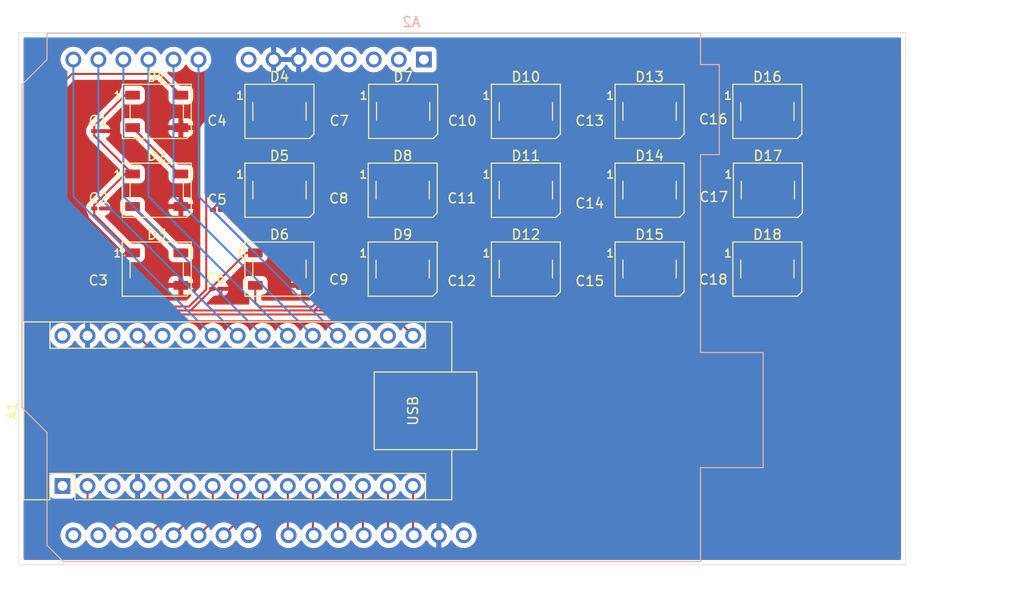
<source format=kicad_pcb>
(kicad_pcb (version 20241229) (generator "pcbnew") (generator_version "9.0")
  (layers (0 "F.Cu" signal) (2 "B.Cu" signal) (13 "F.Paste" user) (15 "B.Paste" user) (5 "F.SilkS" user "F.Silkscreen") (7 "B.SilkS" user "B.Silkscreen") (1 "F.Mask" user) (3 "B.Mask" user) (25 "Edge.Cuts" user))
  (net 0 "")
  (net 1 "GND")
  (net 2 "Net-(A1-D2)")
  (net 3 "Net-(A1-SCK)")
  (net 4 "Net-(A1-D5)")
  (net 5 "Net-(A1-D4)")
  (net 6 "Net-(A1-A0)")
  (net 12 "+5V")
  (net 14 "Net-(A1-D6)")
  (net 15 "Net-(A1-A3)")
  (net 16 "Net-(A1-D10)")
  (net 17 "Net-(A1-A1)")
  (net 18 "Net-(A1-SCL{slash}A5)")
  (net 19 "Net-(A1-D3)")
  (net 20 "Net-(A1-D7)")
  (net 21 "Net-(A1-MOSI)")
  (net 22 "Net-(A1-A2)")
  (net 23 "Net-(A1-RX1)")
  (net 24 "Net-(A1-MISO)")
  (net 25 "Net-(A1-D8)")
  (net 28 "Net-(A1-D9)")
  (net 29 "Net-(A1-SDA{slash}A4)")
  (net 39 "Net-(D1-DOUT)")
  (net 40 "Net-(D2-DOUT)")
  (net 41 "Net-(D3-DOUT)")
  (net 42 "Net-(D4-DOUT)")
  (net 43 "Net-(D5-DOUT)")
  (net 44 "Net-(D6-DOUT)")
  (net 45 "Net-(D7-DOUT)")
  (net 46 "Net-(D8-DOUT)")
  (net 47 "Net-(D10-DIN)")
  (net 48 "Net-(D10-DOUT)")
  (net 49 "Net-(D11-DOUT)")
  (net 50 "Net-(D12-DOUT)")
  (net 51 "Net-(D13-DOUT)")
  (net 52 "Net-(D14-DOUT)")
  (net 53 "Net-(D15-DOUT)")
  (net 54 "Net-(D16-DOUT)")
  (net 55 "Net-(D17-DOUT)")
  (footprint "Capacitor_SMD:C_0201_0603Metric_Pad0.64x0.40mm_HandSolder" (layer "F.Cu") (at 95 55)
    (property "Reference" "C10" (at 0 -1.05 0) (layer "F.SilkS"))
    (property "Value" "C")
    (pad "1" smd roundrect (at -0.4075 0) (size 0.635 0.4) (layers "F.Cu" "F.Mask") (net 12 "+5V"))
    (pad "2" smd roundrect (at 0.4075 0) (size 0.635 0.4) (layers "F.Cu" "F.Mask") (net 1 "GND"))
  )
  (footprint "LED_SMD:LED_WS2812B_PLCC4_5.0x5.0mm_P3.2mm" (layer "F.Cu") (at 125.95 53)
    (property "Reference" "D16" (at 0 -3.5 0) (layer "F.SilkS"))
    (property "Value" "WS2812B")
    (fp_text user "1" (at -4 -1.6 0) (layer "F.SilkS") (effects (font (size 0.8 0.8))))
    (pad "1" smd roundrect (at -2.45 -1.65) (size 1.5 0.9) (layers "F.Cu" "F.Mask" "F.Paste") (roundrect_rratio 0.1) (net 12 "+5V"))
    (pad "2" smd roundrect (at -2.45 1.65) (size 1.5 0.9) (layers "F.Cu" "F.Mask" "F.Paste") (roundrect_rratio 0.1) (net 54 "Net-(D16-DOUT)"))
    (pad "3" smd roundrect (at 2.45 1.65) (size 1.5 0.9) (layers "F.Cu" "F.Mask" "F.Paste") (roundrect_rratio 0.1) (net 1 "GND"))
    (pad "4" smd roundrect (at 2.45 -1.65) (size 1.5 0.9) (layers "F.Cu" "F.Mask" "F.Paste") (roundrect_rratio 0.1) (net 53 "Net-(D15-DOUT)"))
  )
  (footprint "LED_SMD:LED_WS2812B_PLCC4_5.0x5.0mm_P3.2mm" (layer "F.Cu") (at 125.95 69)
    (property "Reference" "D18" (at 0 -3.5 0) (layer "F.SilkS"))
    (property "Value" "WS2812B")
    (fp_text user "1" (at -4 -1.6 0) (layer "F.SilkS") (effects (font (size 0.8 0.8))))
    (pad "1" smd roundrect (at -2.45 -1.65) (size 1.5 0.9) (layers "F.Cu" "F.Mask" "F.Paste") (roundrect_rratio 0.1) (net 12 "+5V"))
    (pad "2" smd roundrect (at -2.45 1.65) (size 1.5 0.9) (layers "F.Cu" "F.Mask" "F.Paste") (roundrect_rratio 0.1))
    (pad "3" smd roundrect (at 2.45 1.65) (size 1.5 0.9) (layers "F.Cu" "F.Mask" "F.Paste") (roundrect_rratio 0.1) (net 1 "GND"))
    (pad "4" smd roundrect (at 2.45 -1.65) (size 1.5 0.9) (layers "F.Cu" "F.Mask" "F.Paste") (roundrect_rratio 0.1) (net 55 "Net-(D17-DOUT)"))
  )
  (footprint "LED_SMD:LED_WS2812B_PLCC4_5.0x5.0mm_P3.2mm" (layer "F.Cu") (at 76.45 53)
    (property "Reference" "D4" (at 0 -3.5 0) (layer "F.SilkS"))
    (property "Value" "WS2812B")
    (fp_text user "1" (at -4 -1.6 0) (layer "F.SilkS") (effects (font (size 0.8 0.8))))
    (pad "1" smd roundrect (at -2.45 -1.65) (size 1.5 0.9) (layers "F.Cu" "F.Mask" "F.Paste") (roundrect_rratio 0.1) (net 12 "+5V"))
    (pad "2" smd roundrect (at -2.45 1.65) (size 1.5 0.9) (layers "F.Cu" "F.Mask" "F.Paste") (roundrect_rratio 0.1) (net 42 "Net-(D4-DOUT)"))
    (pad "3" smd roundrect (at 2.45 1.65) (size 1.5 0.9) (layers "F.Cu" "F.Mask" "F.Paste") (roundrect_rratio 0.1) (net 1 "GND"))
    (pad "4" smd roundrect (at 2.45 -1.65) (size 1.5 0.9) (layers "F.Cu" "F.Mask" "F.Paste") (roundrect_rratio 0.1) (net 41 "Net-(D3-DOUT)"))
  )
  (footprint "LED_SMD:LED_WS2812B_PLCC4_5.0x5.0mm_P3.2mm" (layer "F.Cu") (at 88.95 61)
    (property "Reference" "D8" (at 0 -3.5 0) (layer "F.SilkS"))
    (property "Value" "WS2812B")
    (fp_text user "1" (at -4 -1.6 0) (layer "F.SilkS") (effects (font (size 0.8 0.8))))
    (pad "1" smd roundrect (at -2.45 -1.65) (size 1.5 0.9) (layers "F.Cu" "F.Mask" "F.Paste") (roundrect_rratio 0.1) (net 12 "+5V"))
    (pad "2" smd roundrect (at -2.45 1.65) (size 1.5 0.9) (layers "F.Cu" "F.Mask" "F.Paste") (roundrect_rratio 0.1) (net 46 "Net-(D8-DOUT)"))
    (pad "3" smd roundrect (at 2.45 1.65) (size 1.5 0.9) (layers "F.Cu" "F.Mask" "F.Paste") (roundrect_rratio 0.1) (net 1 "GND"))
    (pad "4" smd roundrect (at 2.45 -1.65) (size 1.5 0.9) (layers "F.Cu" "F.Mask" "F.Paste") (roundrect_rratio 0.1) (net 45 "Net-(D7-DOUT)"))
  )
  (footprint "Capacitor_SMD:C_0201_0603Metric_Pad0.64x0.40mm_HandSolder" (layer "F.Cu") (at 94.95 62.87)
    (property "Reference" "C11" (at 0 -1.05 0) (layer "F.SilkS"))
    (property "Value" "C")
    (pad "1" smd roundrect (at -0.4075 0) (size 0.635 0.4) (layers "F.Cu" "F.Mask") (net 12 "+5V"))
    (pad "2" smd roundrect (at 0.4075 0) (size 0.635 0.4) (layers "F.Cu" "F.Mask") (net 1 "GND"))
  )
  (footprint "LED_SMD:LED_WS2812B_PLCC4_5.0x5.0mm_P3.2mm" (layer "F.Cu") (at 89 53)
    (property "Reference" "D7" (at 0 -3.5 0) (layer "F.SilkS"))
    (property "Value" "WS2812B")
    (fp_text user "1" (at -4 -1.6 0) (layer "F.SilkS") (effects (font (size 0.8 0.8))))
    (pad "1" smd roundrect (at -2.45 -1.65) (size 1.5 0.9) (layers "F.Cu" "F.Mask" "F.Paste") (roundrect_rratio 0.1) (net 12 "+5V"))
    (pad "2" smd roundrect (at -2.45 1.65) (size 1.5 0.9) (layers "F.Cu" "F.Mask" "F.Paste") (roundrect_rratio 0.1) (net 45 "Net-(D7-DOUT)"))
    (pad "3" smd roundrect (at 2.45 1.65) (size 1.5 0.9) (layers "F.Cu" "F.Mask" "F.Paste") (roundrect_rratio 0.1) (net 1 "GND"))
    (pad "4" smd roundrect (at 2.45 -1.65) (size 1.5 0.9) (layers "F.Cu" "F.Mask" "F.Paste") (roundrect_rratio 0.1) (net 44 "Net-(D6-DOUT)"))
  )
  (footprint "Capacitor_SMD:C_0201_0603Metric_Pad0.64x0.40mm_HandSolder" (layer "F.Cu") (at 107.9325 71.26)
    (property "Reference" "C15" (at 0 -1.05 0) (layer "F.SilkS"))
    (property "Value" "C")
    (pad "1" smd roundrect (at -0.4075 0) (size 0.635 0.4) (layers "F.Cu" "F.Mask") (net 12 "+5V"))
    (pad "2" smd roundrect (at 0.4075 0) (size 0.635 0.4) (layers "F.Cu" "F.Mask") (net 1 "GND"))
  )
  (footprint "Capacitor_SMD:C_0201_0603Metric_Pad0.64x0.40mm_HandSolder" (layer "F.Cu") (at 120.4675 54.85)
    (property "Reference" "C16" (at 0 -1.05 0) (layer "F.SilkS"))
    (property "Value" "C")
    (pad "1" smd roundrect (at -0.4075 0) (size 0.635 0.4) (layers "F.Cu" "F.Mask") (net 12 "+5V"))
    (pad "2" smd roundrect (at 0.4075 0) (size 0.635 0.4) (layers "F.Cu" "F.Mask") (net 1 "GND"))
  )
  (footprint "Capacitor_SMD:C_0201_0603Metric_Pad0.64x0.40mm_HandSolder" (layer "F.Cu") (at 58.0675 55)
    (property "Reference" "C1" (at 0 -1.05 0) (layer "F.SilkS"))
    (property "Value" "C")
    (pad "1" smd roundrect (at -0.4075 0) (size 0.635 0.4) (layers "F.Cu" "F.Mask") (net 12 "+5V"))
    (pad "2" smd roundrect (at 0.4075 0) (size 0.635 0.4) (layers "F.Cu" "F.Mask") (net 1 "GND"))
  )
  (footprint "Capacitor_SMD:C_0201_0603Metric_Pad0.64x0.40mm_HandSolder" (layer "F.Cu") (at 70.1175 63)
    (property "Reference" "C5" (at 0 -1.05 0) (layer "F.SilkS"))
    (property "Value" "C")
    (pad "1" smd roundrect (at -0.4075 0) (size 0.635 0.4) (layers "F.Cu" "F.Mask") (net 12 "+5V"))
    (pad "2" smd roundrect (at 0.4075 0) (size 0.635 0.4) (layers "F.Cu" "F.Mask") (net 1 "GND"))
  )
  (footprint "LED_SMD:LED_WS2812B_PLCC4_5.0x5.0mm_P3.2mm" (layer "F.Cu") (at 126 61)
    (property "Reference" "D17" (at 0 -3.5 0) (layer "F.SilkS"))
    (property "Value" "WS2812B")
    (fp_text user "1" (at -4 -1.6 0) (layer "F.SilkS") (effects (font (size 0.8 0.8))))
    (pad "1" smd roundrect (at -2.45 -1.65) (size 1.5 0.9) (layers "F.Cu" "F.Mask" "F.Paste") (roundrect_rratio 0.1) (net 12 "+5V"))
    (pad "2" smd roundrect (at -2.45 1.65) (size 1.5 0.9) (layers "F.Cu" "F.Mask" "F.Paste") (roundrect_rratio 0.1) (net 55 "Net-(D17-DOUT)"))
    (pad "3" smd roundrect (at 2.45 1.65) (size 1.5 0.9) (layers "F.Cu" "F.Mask" "F.Paste") (roundrect_rratio 0.1) (net 1 "GND"))
    (pad "4" smd roundrect (at 2.45 -1.65) (size 1.5 0.9) (layers "F.Cu" "F.Mask" "F.Paste") (roundrect_rratio 0.1) (net 54 "Net-(D16-DOUT)"))
  )
  (footprint "LED_SMD:LED_WS2812B_PLCC4_5.0x5.0mm_P3.2mm" (layer "F.Cu") (at 101.45 69)
    (property "Reference" "D12" (at 0 -3.5 0) (layer "F.SilkS"))
    (property "Value" "WS2812B")
    (fp_text user "1" (at -4 -1.6 0) (layer "F.SilkS") (effects (font (size 0.8 0.8))))
    (pad "1" smd roundrect (at -2.45 -1.65) (size 1.5 0.9) (layers "F.Cu" "F.Mask" "F.Paste") (roundrect_rratio 0.1) (net 12 "+5V"))
    (pad "2" smd roundrect (at -2.45 1.65) (size 1.5 0.9) (layers "F.Cu" "F.Mask" "F.Paste") (roundrect_rratio 0.1) (net 50 "Net-(D12-DOUT)"))
    (pad "3" smd roundrect (at 2.45 1.65) (size 1.5 0.9) (layers "F.Cu" "F.Mask" "F.Paste") (roundrect_rratio 0.1) (net 1 "GND"))
    (pad "4" smd roundrect (at 2.45 -1.65) (size 1.5 0.9) (layers "F.Cu" "F.Mask" "F.Paste") (roundrect_rratio 0.1) (net 49 "Net-(D11-DOUT)"))
  )
  (footprint "LED_SMD:LED_WS2812B_PLCC4_5.0x5.0mm_P3.2mm" (layer "F.Cu") (at 114 53)
    (property "Reference" "D13" (at 0 -3.5 0) (layer "F.SilkS"))
    (property "Value" "WS2812B")
    (fp_text user "1" (at -4 -1.6 0) (layer "F.SilkS") (effects (font (size 0.8 0.8))))
    (pad "1" smd roundrect (at -2.45 -1.65) (size 1.5 0.9) (layers "F.Cu" "F.Mask" "F.Paste") (roundrect_rratio 0.1) (net 12 "+5V"))
    (pad "2" smd roundrect (at -2.45 1.65) (size 1.5 0.9) (layers "F.Cu" "F.Mask" "F.Paste") (roundrect_rratio 0.1) (net 51 "Net-(D13-DOUT)"))
    (pad "3" smd roundrect (at 2.45 1.65) (size 1.5 0.9) (layers "F.Cu" "F.Mask" "F.Paste") (roundrect_rratio 0.1) (net 1 "GND"))
    (pad "4" smd roundrect (at 2.45 -1.65) (size 1.5 0.9) (layers "F.Cu" "F.Mask" "F.Paste") (roundrect_rratio 0.1) (net 50 "Net-(D12-DOUT)"))
  )
  (footprint "LED_SMD:LED_WS2812B_PLCC4_5.0x5.0mm_P3.2mm" (layer "F.Cu") (at 64 53)
    (property "Reference" "D1" (at 0 -3.5 0) (layer "F.SilkS"))
    (property "Value" "WS2812B")
    (fp_text user "1" (at -4 -1.6 0) (layer "F.SilkS") (effects (font (size 0.8 0.8))))
    (pad "1" smd roundrect (at -2.45 -1.65) (size 1.5 0.9) (layers "F.Cu" "F.Mask" "F.Paste") (roundrect_rratio 0.1) (net 12 "+5V"))
    (pad "2" smd roundrect (at -2.45 1.65) (size 1.5 0.9) (layers "F.Cu" "F.Mask" "F.Paste") (roundrect_rratio 0.1) (net 39 "Net-(D1-DOUT)"))
    (pad "3" smd roundrect (at 2.45 1.65) (size 1.5 0.9) (layers "F.Cu" "F.Mask" "F.Paste") (roundrect_rratio 0.1) (net 1 "GND"))
    (pad "4" smd roundrect (at 2.45 -1.65) (size 1.5 0.9) (layers "F.Cu" "F.Mask" "F.Paste") (roundrect_rratio 0.1) (net 3 "Net-(A1-SCK)"))
  )
  (footprint "LED_SMD:LED_WS2812B_PLCC4_5.0x5.0mm_P3.2mm" (layer "F.Cu") (at 101.45 61)
    (property "Reference" "D11" (at 0 -3.5 0) (layer "F.SilkS"))
    (property "Value" "WS2812B")
    (fp_text user "1" (at -4 -1.6 0) (layer "F.SilkS") (effects (font (size 0.8 0.8))))
    (pad "1" smd roundrect (at -2.45 -1.65) (size 1.5 0.9) (layers "F.Cu" "F.Mask" "F.Paste") (roundrect_rratio 0.1) (net 12 "+5V"))
    (pad "2" smd roundrect (at -2.45 1.65) (size 1.5 0.9) (layers "F.Cu" "F.Mask" "F.Paste") (roundrect_rratio 0.1) (net 49 "Net-(D11-DOUT)"))
    (pad "3" smd roundrect (at 2.45 1.65) (size 1.5 0.9) (layers "F.Cu" "F.Mask" "F.Paste") (roundrect_rratio 0.1) (net 1 "GND"))
    (pad "4" smd roundrect (at 2.45 -1.65) (size 1.5 0.9) (layers "F.Cu" "F.Mask" "F.Paste") (roundrect_rratio 0.1) (net 48 "Net-(D10-DOUT)"))
  )
  (footprint "Capacitor_SMD:C_0201_0603Metric_Pad0.64x0.40mm_HandSolder" (layer "F.Cu") (at 58.0675 71.2)
    (property "Reference" "C3" (at 0 -1.05 0) (layer "F.SilkS"))
    (property "Value" "C")
    (pad "1" smd roundrect (at -0.4075 0) (size 0.635 0.4) (layers "F.Cu" "F.Mask") (net 12 "+5V"))
    (pad "2" smd roundrect (at 0.4075 0) (size 0.635 0.4) (layers "F.Cu" "F.Mask") (net 1 "GND"))
  )
  (footprint "Capacitor_SMD:C_0201_0603Metric_Pad0.64x0.40mm_HandSolder" (layer "F.Cu") (at 107.9325 63.38)
    (property "Reference" "C14" (at 0 -1.05 0) (layer "F.SilkS"))
    (property "Value" "C")
    (pad "1" smd roundrect (at -0.4075 0) (size 0.635 0.4) (layers "F.Cu" "F.Mask") (net 12 "+5V"))
    (pad "2" smd roundrect (at 0.4075 0) (size 0.635 0.4) (layers "F.Cu" "F.Mask") (net 1 "GND"))
  )
  (footprint "Capacitor_SMD:C_0201_0603Metric_Pad0.64x0.40mm_HandSolder" (layer "F.Cu") (at 82.5175 55)
    (property "Reference" "C7" (at 0 -1.05 0) (layer "F.SilkS"))
    (property "Value" "C")
    (pad "1" smd roundrect (at -0.4075 0) (size 0.635 0.4) (layers "F.Cu" "F.Mask") (net 12 "+5V"))
    (pad "2" smd roundrect (at 0.4075 0) (size 0.635 0.4) (layers "F.Cu" "F.Mask") (net 1 "GND"))
  )
  (footprint "Capacitor_SMD:C_0201_0603Metric_Pad0.64x0.40mm_HandSolder" (layer "F.Cu") (at 120.5175 62.73)
    (property "Reference" "C17" (at 0 -1.05 0) (layer "F.SilkS"))
    (property "Value" "C")
    (pad "1" smd roundrect (at -0.4075 0) (size 0.635 0.4) (layers "F.Cu" "F.Mask") (net 12 "+5V"))
    (pad "2" smd roundrect (at 0.4075 0) (size 0.635 0.4) (layers "F.Cu" "F.Mask") (net 1 "GND"))
  )
  (footprint "LED_SMD:LED_WS2812B_PLCC4_5.0x5.0mm_P3.2mm" (layer "F.Cu") (at 114 61)
    (property "Reference" "D14" (at 0 -3.5 0) (layer "F.SilkS"))
    (property "Value" "WS2812B")
    (fp_text user "1" (at -4 -1.6 0) (layer "F.SilkS") (effects (font (size 0.8 0.8))))
    (pad "1" smd roundrect (at -2.45 -1.65) (size 1.5 0.9) (layers "F.Cu" "F.Mask" "F.Paste") (roundrect_rratio 0.1) (net 12 "+5V"))
    (pad "2" smd roundrect (at -2.45 1.65) (size 1.5 0.9) (layers "F.Cu" "F.Mask" "F.Paste") (roundrect_rratio 0.1) (net 52 "Net-(D14-DOUT)"))
    (pad "3" smd roundrect (at 2.45 1.65) (size 1.5 0.9) (layers "F.Cu" "F.Mask" "F.Paste") (roundrect_rratio 0.1) (net 1 "GND"))
    (pad "4" smd roundrect (at 2.45 -1.65) (size 1.5 0.9) (layers "F.Cu" "F.Mask" "F.Paste") (roundrect_rratio 0.1) (net 51 "Net-(D13-DOUT)"))
  )
  (footprint "LED_SMD:LED_WS2812B_PLCC4_5.0x5.0mm_P3.2mm" (layer "F.Cu") (at 101.45 53)
    (property "Reference" "D10" (at 0 -3.5 0) (layer "F.SilkS"))
    (property "Value" "WS2812B")
    (fp_text user "1" (at -4 -1.6 0) (layer "F.SilkS") (effects (font (size 0.8 0.8))))
    (pad "1" smd roundrect (at -2.45 -1.65) (size 1.5 0.9) (layers "F.Cu" "F.Mask" "F.Paste") (roundrect_rratio 0.1) (net 12 "+5V"))
    (pad "2" smd roundrect (at -2.45 1.65) (size 1.5 0.9) (layers "F.Cu" "F.Mask" "F.Paste") (roundrect_rratio 0.1) (net 48 "Net-(D10-DOUT)"))
    (pad "3" smd roundrect (at 2.45 1.65) (size 1.5 0.9) (layers "F.Cu" "F.Mask" "F.Paste") (roundrect_rratio 0.1) (net 1 "GND"))
    (pad "4" smd roundrect (at 2.45 -1.65) (size 1.5 0.9) (layers "F.Cu" "F.Mask" "F.Paste") (roundrect_rratio 0.1) (net 47 "Net-(D10-DIN)"))
  )
  (footprint "LED_SMD:LED_WS2812B_PLCC4_5.0x5.0mm_P3.2mm" (layer "F.Cu") (at 64 61)
    (property "Reference" "D2" (at 0 -3.5 0) (layer "F.SilkS"))
    (property "Value" "WS2812B")
    (fp_text user "1" (at -4 -1.6 0) (layer "F.SilkS") (effects (font (size 0.8 0.8))))
    (pad "1" smd roundrect (at -2.45 -1.65) (size 1.5 0.9) (layers "F.Cu" "F.Mask" "F.Paste") (roundrect_rratio 0.1) (net 12 "+5V"))
    (pad "2" smd roundrect (at -2.45 1.65) (size 1.5 0.9) (layers "F.Cu" "F.Mask" "F.Paste") (roundrect_rratio 0.1) (net 40 "Net-(D2-DOUT)"))
    (pad "3" smd roundrect (at 2.45 1.65) (size 1.5 0.9) (layers "F.Cu" "F.Mask" "F.Paste") (roundrect_rratio 0.1) (net 1 "GND"))
    (pad "4" smd roundrect (at 2.45 -1.65) (size 1.5 0.9) (layers "F.Cu" "F.Mask" "F.Paste") (roundrect_rratio 0.1) (net 39 "Net-(D1-DOUT)"))
  )
  (footprint "LED_SMD:LED_WS2812B_PLCC4_5.0x5.0mm_P3.2mm" (layer "F.Cu") (at 88.95 69)
    (property "Reference" "D9" (at 0 -3.5 0) (layer "F.SilkS"))
    (property "Value" "WS2812B")
    (fp_text user "1" (at -4 -1.6 0) (layer "F.SilkS") (effects (font (size 0.8 0.8))))
    (pad "1" smd roundrect (at -2.45 -1.65) (size 1.5 0.9) (layers "F.Cu" "F.Mask" "F.Paste") (roundrect_rratio 0.1) (net 12 "+5V"))
    (pad "2" smd roundrect (at -2.45 1.65) (size 1.5 0.9) (layers "F.Cu" "F.Mask" "F.Paste") (roundrect_rratio 0.1) (net 47 "Net-(D10-DIN)"))
    (pad "3" smd roundrect (at 2.45 1.65) (size 1.5 0.9) (layers "F.Cu" "F.Mask" "F.Paste") (roundrect_rratio 0.1) (net 1 "GND"))
    (pad "4" smd roundrect (at 2.45 -1.65) (size 1.5 0.9) (layers "F.Cu" "F.Mask" "F.Paste") (roundrect_rratio 0.1) (net 46 "Net-(D8-DOUT)"))
  )
  (footprint "Capacitor_SMD:C_0201_0603Metric_Pad0.64x0.40mm_HandSolder" (layer "F.Cu") (at 94.95 71.25)
    (property "Reference" "C12" (at 0 -1.05 0) (layer "F.SilkS"))
    (property "Value" "C")
    (pad "1" smd roundrect (at -0.4075 0) (size 0.635 0.4) (layers "F.Cu" "F.Mask") (net 12 "+5V"))
    (pad "2" smd roundrect (at 0.4075 0) (size 0.635 0.4) (layers "F.Cu" "F.Mask") (net 1 "GND"))
  )
  (footprint "Capacitor_SMD:C_0201_0603Metric_Pad0.64x0.40mm_HandSolder" (layer "F.Cu") (at 107.9325 55)
    (property "Reference" "C13" (at 0 -1.05 0) (layer "F.SilkS"))
    (property "Value" "C")
    (pad "1" smd roundrect (at -0.4075 0) (size 0.635 0.4) (layers "F.Cu" "F.Mask") (net 12 "+5V"))
    (pad "2" smd roundrect (at 0.4075 0) (size 0.635 0.4) (layers "F.Cu" "F.Mask") (net 1 "GND"))
  )
  (footprint "LED_SMD:LED_WS2812B_PLCC4_5.0x5.0mm_P3.2mm" (layer "F.Cu") (at 76.45 69)
    (property "Reference" "D6" (at 0 -3.5 0) (layer "F.SilkS"))
    (property "Value" "WS2812B")
    (fp_text user "1" (at -4 -1.6 0) (layer "F.SilkS") (effects (font (size 0.8 0.8))))
    (pad "1" smd roundrect (at -2.45 -1.65) (size 1.5 0.9) (layers "F.Cu" "F.Mask" "F.Paste") (roundrect_rratio 0.1) (net 12 "+5V"))
    (pad "2" smd roundrect (at -2.45 1.65) (size 1.5 0.9) (layers "F.Cu" "F.Mask" "F.Paste") (roundrect_rratio 0.1) (net 44 "Net-(D6-DOUT)"))
    (pad "3" smd roundrect (at 2.45 1.65) (size 1.5 0.9) (layers "F.Cu" "F.Mask" "F.Paste") (roundrect_rratio 0.1) (net 1 "GND"))
    (pad "4" smd roundrect (at 2.45 -1.65) (size 1.5 0.9) (layers "F.Cu" "F.Mask" "F.Paste") (roundrect_rratio 0.1) (net 43 "Net-(D5-DOUT)"))
  )
  (footprint "Module:Arduino_Nano" (layer "F.Cu") (at 54.44 91 90)
    (property "Reference" "A1" (at 7.62 -5.08 90) (layer "F.SilkS"))
    (property "Value" "Arduino_Nano_Every")
    (fp_text user "USB" (at 7.62 35.56 90) (layer "F.SilkS"))
    (pad "1" thru_hole rect (at 0 0 90) (size 1.6 1.6) (drill 1) (layers "*.Cu" "*.Mask"))
    (pad "2" thru_hole oval (at 0 2.54 90) (size 1.6 1.6) (drill 1) (layers "*.Cu" "*.Mask") (net 23 "Net-(A1-RX1)"))
    (pad "3" thru_hole oval (at 0 5.08 90) (size 1.6 1.6) (drill 1) (layers "*.Cu" "*.Mask"))
    (pad "4" thru_hole oval (at 0 7.62 90) (size 1.6 1.6) (drill 1) (layers "*.Cu" "*.Mask") (net 1 "GND"))
    (pad "5" thru_hole oval (at 0 10.16 90) (size 1.6 1.6) (drill 1) (layers "*.Cu" "*.Mask") (net 2 "Net-(A1-D2)"))
    (pad "6" thru_hole oval (at 0 12.7 90) (size 1.6 1.6) (drill 1) (layers "*.Cu" "*.Mask") (net 19 "Net-(A1-D3)"))
    (pad "7" thru_hole oval (at 0 15.24 90) (size 1.6 1.6) (drill 1) (layers "*.Cu" "*.Mask") (net 5 "Net-(A1-D4)"))
    (pad "8" thru_hole oval (at 0 17.78 90) (size 1.6 1.6) (drill 1) (layers "*.Cu" "*.Mask") (net 4 "Net-(A1-D5)"))
    (pad "9" thru_hole oval (at 0 20.32 90) (size 1.6 1.6) (drill 1) (layers "*.Cu" "*.Mask") (net 14 "Net-(A1-D6)"))
    (pad "10" thru_hole oval (at 0 22.86 90) (size 1.6 1.6) (drill 1) (layers "*.Cu" "*.Mask") (net 20 "Net-(A1-D7)"))
    (pad "11" thru_hole oval (at 0 25.4 90) (size 1.6 1.6) (drill 1) (layers "*.Cu" "*.Mask") (net 25 "Net-(A1-D8)"))
    (pad "12" thru_hole oval (at 0 27.94 90) (size 1.6 1.6) (drill 1) (layers "*.Cu" "*.Mask") (net 28 "Net-(A1-D9)"))
    (pad "13" thru_hole oval (at 0 30.48 90) (size 1.6 1.6) (drill 1) (layers "*.Cu" "*.Mask") (net 16 "Net-(A1-D10)"))
    (pad "14" thru_hole oval (at 0 33.02 90) (size 1.6 1.6) (drill 1) (layers "*.Cu" "*.Mask") (net 21 "Net-(A1-MOSI)"))
    (pad "15" thru_hole oval (at 0 35.56 90) (size 1.6 1.6) (drill 1) (layers "*.Cu" "*.Mask") (net 24 "Net-(A1-MISO)"))
    (pad "16" thru_hole oval (at 15.24 35.56 90) (size 1.6 1.6) (drill 1) (layers "*.Cu" "*.Mask") (net 3 "Net-(A1-SCK)"))
    (pad "17" thru_hole oval (at 15.24 33.02 90) (size 1.6 1.6) (drill 1) (layers "*.Cu" "*.Mask"))
    (pad "18" thru_hole oval (at 15.24 30.48 90) (size 1.6 1.6) (drill 1) (layers "*.Cu" "*.Mask"))
    (pad "19" thru_hole oval (at 15.24 27.94 90) (size 1.6 1.6) (drill 1) (layers "*.Cu" "*.Mask") (net 6 "Net-(A1-A0)"))
    (pad "20" thru_hole oval (at 15.24 25.4 90) (size 1.6 1.6) (drill 1) (layers "*.Cu" "*.Mask") (net 17 "Net-(A1-A1)"))
    (pad "21" thru_hole oval (at 15.24 22.86 90) (size 1.6 1.6) (drill 1) (layers "*.Cu" "*.Mask") (net 22 "Net-(A1-A2)"))
    (pad "22" thru_hole oval (at 15.24 20.32 90) (size 1.6 1.6) (drill 1) (layers "*.Cu" "*.Mask") (net 15 "Net-(A1-A3)"))
    (pad "23" thru_hole oval (at 15.24 17.78 90) (size 1.6 1.6) (drill 1) (layers "*.Cu" "*.Mask") (net 29 "Net-(A1-SDA{slash}A4)"))
    (pad "24" thru_hole oval (at 15.24 15.24 90) (size 1.6 1.6) (drill 1) (layers "*.Cu" "*.Mask") (net 18 "Net-(A1-SCL{slash}A5)"))
    (pad "25" thru_hole oval (at 15.24 12.7 90) (size 1.6 1.6) (drill 1) (layers "*.Cu" "*.Mask"))
    (pad "26" thru_hole oval (at 15.24 10.16 90) (size 1.6 1.6) (drill 1) (layers "*.Cu" "*.Mask"))
    (pad "27" thru_hole oval (at 15.24 7.62 90) (size 1.6 1.6) (drill 1) (layers "*.Cu" "*.Mask") (net 12 "+5V"))
    (pad "28" thru_hole oval (at 15.24 5.08 90) (size 1.6 1.6) (drill 1) (layers "*.Cu" "*.Mask"))
    (pad "29" thru_hole oval (at 15.24 2.54 90) (size 1.6 1.6) (drill 1) (layers "*.Cu" "*.Mask") (net 1 "GND"))
    (pad "30" thru_hole oval (at 15.24 0 90) (size 1.6 1.6) (drill 1) (layers "*.Cu" "*.Mask"))
  )
  (footprint "Capacitor_SMD:C_0201_0603Metric_Pad0.64x0.40mm_HandSolder" (layer "F.Cu") (at 82.4675 71.11)
    (property "Reference" "C9" (at 0 -1.05 0) (layer "F.SilkS"))
    (property "Value" "C")
    (pad "1" smd roundrect (at -0.4075 0) (size 0.635 0.4) (layers "F.Cu" "F.Mask") (net 12 "+5V"))
    (pad "2" smd roundrect (at 0.4075 0) (size 0.635 0.4) (layers "F.Cu" "F.Mask") (net 1 "GND"))
  )
  (footprint "Capacitor_SMD:C_0201_0603Metric_Pad0.64x0.40mm_HandSolder" (layer "F.Cu") (at 70.1175 55)
    (property "Reference" "C4" (at 0 -1.05 0) (layer "F.SilkS"))
    (property "Value" "C")
    (pad "1" smd roundrect (at -0.4075 0) (size 0.635 0.4) (layers "F.Cu" "F.Mask") (net 12 "+5V"))
    (pad "2" smd roundrect (at 0.4075 0) (size 0.635 0.4) (layers "F.Cu" "F.Mask") (net 1 "GND"))
  )
  (footprint "LED_SMD:LED_WS2812B_PLCC4_5.0x5.0mm_P3.2mm" (layer "F.Cu") (at 114 69)
    (property "Reference" "D15" (at 0 -3.5 0) (layer "F.SilkS"))
    (property "Value" "WS2812B")
    (fp_text user "1" (at -4 -1.6 0) (layer "F.SilkS") (effects (font (size 0.8 0.8))))
    (pad "1" smd roundrect (at -2.45 -1.65) (size 1.5 0.9) (layers "F.Cu" "F.Mask" "F.Paste") (roundrect_rratio 0.1) (net 12 "+5V"))
    (pad "2" smd roundrect (at -2.45 1.65) (size 1.5 0.9) (layers "F.Cu" "F.Mask" "F.Paste") (roundrect_rratio 0.1) (net 53 "Net-(D15-DOUT)"))
    (pad "3" smd roundrect (at 2.45 1.65) (size 1.5 0.9) (layers "F.Cu" "F.Mask" "F.Paste") (roundrect_rratio 0.1) (net 1 "GND"))
    (pad "4" smd roundrect (at 2.45 -1.65) (size 1.5 0.9) (layers "F.Cu" "F.Mask" "F.Paste") (roundrect_rratio 0.1) (net 52 "Net-(D14-DOUT)"))
  )
  (footprint "LED_SMD:LED_WS2812B_PLCC4_5.0x5.0mm_P3.2mm" (layer "F.Cu") (at 64 69)
    (property "Reference" "D3" (at 0 -3.5 0) (layer "F.SilkS"))
    (property "Value" "WS2812B")
    (fp_text user "1" (at -4 -1.6 0) (layer "F.SilkS") (effects (font (size 0.8 0.8))))
    (pad "1" smd roundrect (at -2.45 -1.65) (size 1.5 0.9) (layers "F.Cu" "F.Mask" "F.Paste") (roundrect_rratio 0.1) (net 12 "+5V"))
    (pad "2" smd roundrect (at -2.45 1.65) (size 1.5 0.9) (layers "F.Cu" "F.Mask" "F.Paste") (roundrect_rratio 0.1) (net 41 "Net-(D3-DOUT)"))
    (pad "3" smd roundrect (at 2.45 1.65) (size 1.5 0.9) (layers "F.Cu" "F.Mask" "F.Paste") (roundrect_rratio 0.1) (net 1 "GND"))
    (pad "4" smd roundrect (at 2.45 -1.65) (size 1.5 0.9) (layers "F.Cu" "F.Mask" "F.Paste") (roundrect_rratio 0.1) (net 40 "Net-(D2-DOUT)"))
  )
  (footprint "LED_SMD:LED_WS2812B_PLCC4_5.0x5.0mm_P3.2mm" (layer "F.Cu") (at 76.45 61)
    (property "Reference" "D5" (at 0 -3.5 0) (layer "F.SilkS"))
    (property "Value" "WS2812B")
    (fp_text user "1" (at -4 -1.6 0) (layer "F.SilkS") (effects (font (size 0.8 0.8))))
    (pad "1" smd roundrect (at -2.45 -1.65) (size 1.5 0.9) (layers "F.Cu" "F.Mask" "F.Paste") (roundrect_rratio 0.1) (net 12 "+5V"))
    (pad "2" smd roundrect (at -2.45 1.65) (size 1.5 0.9) (layers "F.Cu" "F.Mask" "F.Paste") (roundrect_rratio 0.1) (net 43 "Net-(D5-DOUT)"))
    (pad "3" smd roundrect (at 2.45 1.65) (size 1.5 0.9) (layers "F.Cu" "F.Mask" "F.Paste") (roundrect_rratio 0.1) (net 1 "GND"))
    (pad "4" smd roundrect (at 2.45 -1.65) (size 1.5 0.9) (layers "F.Cu" "F.Mask" "F.Paste") (roundrect_rratio 0.1) (net 42 "Net-(D4-DOUT)"))
  )
  (footprint "Capacitor_SMD:C_0201_0603Metric_Pad0.64x0.40mm_HandSolder" (layer "F.Cu") (at 120.4675 71.11)
    (property "Reference" "C18" (at 0 -1.05 0) (layer "F.SilkS"))
    (property "Value" "C")
    (pad "1" smd roundrect (at -0.4075 0) (size 0.635 0.4) (layers "F.Cu" "F.Mask") (net 12 "+5V"))
    (pad "2" smd roundrect (at 0.4075 0) (size 0.635 0.4) (layers "F.Cu" "F.Mask") (net 1 "GND"))
  )
  (footprint "Capacitor_SMD:C_0201_0603Metric_Pad0.64x0.40mm_HandSolder" (layer "F.Cu") (at 70.05 71)
    (property "Reference" "C6" (at 0 -1.05 0) (layer "F.SilkS"))
    (property "Value" "C")
    (pad "1" smd roundrect (at -0.4075 0) (size 0.635 0.4) (layers "F.Cu" "F.Mask") (net 12 "+5V"))
    (pad "2" smd roundrect (at 0.4075 0) (size 0.635 0.4) (layers "F.Cu" "F.Mask") (net 1 "GND"))
  )
  (footprint "Capacitor_SMD:C_0201_0603Metric_Pad0.64x0.40mm_HandSolder" (layer "F.Cu") (at 58.0675 62.85)
    (property "Reference" "C2" (at 0 -1.05 0) (layer "F.SilkS"))
    (property "Value" "C")
    (pad "1" smd roundrect (at -0.4075 0) (size 0.635 0.4) (layers "F.Cu" "F.Mask") (net 12 "+5V"))
    (pad "2" smd roundrect (at 0.4075 0) (size 0.635 0.4) (layers "F.Cu" "F.Mask") (net 1 "GND"))
  )
  (footprint "Capacitor_SMD:C_0201_0603Metric_Pad0.64x0.40mm_HandSolder" (layer "F.Cu") (at 82.4675 62.88)
    (property "Reference" "C8" (at 0 -1.05 0) (layer "F.SilkS"))
    (property "Value" "C")
    (pad "1" smd roundrect (at -0.4075 0) (size 0.635 0.4) (layers "F.Cu" "F.Mask") (net 12 "+5V"))
    (pad "2" smd roundrect (at 0.4075 0) (size 0.635 0.4) (layers "F.Cu" "F.Mask") (net 1 "GND"))
  )
  (footprint "Module:Arduino_UNO_R2" (layer "B.Cu") (at 91.1 47.74 180)
    (property "Reference" "A2" (at 1.27 3.81 0) (layer "B.SilkS") (effects (justify mirror)))
    (property "Value" "Arduino_UNO_R2")
    (pad "1" thru_hole rect (at 0 0 90) (size 1.6 1.6) (drill 1) (layers "*.Cu" "*.Mask"))
    (pad "2" thru_hole oval (at 2.54 0 90) (size 1.6 1.6) (drill 1) (layers "*.Cu" "*.Mask"))
    (pad "3" thru_hole oval (at 5.08 0 90) (size 1.6 1.6) (drill 1) (layers "*.Cu" "*.Mask"))
    (pad "4" thru_hole oval (at 7.62 0 90) (size 1.6 1.6) (drill 1) (layers "*.Cu" "*.Mask"))
    (pad "5" thru_hole oval (at 10.16 0 90) (size 1.6 1.6) (drill 1) (layers "*.Cu" "*.Mask"))
    (pad "6" thru_hole oval (at 12.7 0 90) (size 1.6 1.6) (drill 1) (layers "*.Cu" "*.Mask") (net 1 "GND"))
    (pad "7" thru_hole oval (at 15.24 0 90) (size 1.6 1.6) (drill 1) (layers "*.Cu" "*.Mask") (net 1 "GND"))
    (pad "8" thru_hole oval (at 17.78 0 90) (size 1.6 1.6) (drill 1) (layers "*.Cu" "*.Mask"))
    (pad "9" thru_hole oval (at 22.86 0 90) (size 1.6 1.6) (drill 1) (layers "*.Cu" "*.Mask") (net 6 "Net-(A1-A0)"))
    (pad "10" thru_hole oval (at 25.4 0 90) (size 1.6 1.6) (drill 1) (layers "*.Cu" "*.Mask") (net 17 "Net-(A1-A1)"))
    (pad "11" thru_hole oval (at 27.94 0 90) (size 1.6 1.6) (drill 1) (layers "*.Cu" "*.Mask") (net 22 "Net-(A1-A2)"))
    (pad "12" thru_hole oval (at 30.48 0 90) (size 1.6 1.6) (drill 1) (layers "*.Cu" "*.Mask") (net 15 "Net-(A1-A3)"))
    (pad "13" thru_hole oval (at 33.02 0 90) (size 1.6 1.6) (drill 1) (layers "*.Cu" "*.Mask") (net 29 "Net-(A1-SDA{slash}A4)"))
    (pad "14" thru_hole oval (at 35.56 0 90) (size 1.6 1.6) (drill 1) (layers "*.Cu" "*.Mask") (net 18 "Net-(A1-SCL{slash}A5)"))
    (pad "15" thru_hole oval (at 35.56 -48.26 90) (size 1.6 1.6) (drill 1) (layers "*.Cu" "*.Mask"))
    (pad "16" thru_hole oval (at 33.02 -48.26 90) (size 1.6 1.6) (drill 1) (layers "*.Cu" "*.Mask"))
    (pad "17" thru_hole oval (at 30.48 -48.26 90) (size 1.6 1.6) (drill 1) (layers "*.Cu" "*.Mask") (net 23 "Net-(A1-RX1)"))
    (pad "18" thru_hole oval (at 27.94 -48.26 90) (size 1.6 1.6) (drill 1) (layers "*.Cu" "*.Mask") (net 2 "Net-(A1-D2)"))
    (pad "19" thru_hole oval (at 25.4 -48.26 90) (size 1.6 1.6) (drill 1) (layers "*.Cu" "*.Mask") (net 19 "Net-(A1-D3)"))
    (pad "20" thru_hole oval (at 22.86 -48.26 90) (size 1.6 1.6) (drill 1) (layers "*.Cu" "*.Mask") (net 5 "Net-(A1-D4)"))
    (pad "21" thru_hole oval (at 20.32 -48.26 90) (size 1.6 1.6) (drill 1) (layers "*.Cu" "*.Mask") (net 4 "Net-(A1-D5)"))
    (pad "22" thru_hole oval (at 17.78 -48.26 90) (size 1.6 1.6) (drill 1) (layers "*.Cu" "*.Mask") (net 14 "Net-(A1-D6)"))
    (pad "23" thru_hole oval (at 13.72 -48.26 90) (size 1.6 1.6) (drill 1) (layers "*.Cu" "*.Mask") (net 20 "Net-(A1-D7)"))
    (pad "24" thru_hole oval (at 11.18 -48.26 90) (size 1.6 1.6) (drill 1) (layers "*.Cu" "*.Mask") (net 25 "Net-(A1-D8)"))
    (pad "25" thru_hole oval (at 8.64 -48.26 90) (size 1.6 1.6) (drill 1) (layers "*.Cu" "*.Mask") (net 28 "Net-(A1-D9)"))
    (pad "26" thru_hole oval (at 6.1 -48.26 90) (size 1.6 1.6) (drill 1) (layers "*.Cu" "*.Mask") (net 16 "Net-(A1-D10)"))
    (pad "27" thru_hole oval (at 3.56 -48.26 90) (size 1.6 1.6) (drill 1) (layers "*.Cu" "*.Mask") (net 21 "Net-(A1-MOSI)"))
    (pad "28" thru_hole oval (at 1.02 -48.26 90) (size 1.6 1.6) (drill 1) (layers "*.Cu" "*.Mask") (net 24 "Net-(A1-MISO)"))
    (pad "29" thru_hole oval (at -1.52 -48.26 90) (size 1.6 1.6) (drill 1) (layers "*.Cu" "*.Mask") (net 1 "GND"))
    (pad "30" thru_hole oval (at -4.06 -48.26 90) (size 1.6 1.6) (drill 1) (layers "*.Cu" "*.Mask"))
  )
  (gr_line (start 50 99) (end 140 99) (stroke (width 0.05)) (layer "Edge.Cuts"))
  (gr_line (start 140 45) (end 140 99) (stroke (width 0.05)) (layer "Edge.Cuts"))
  (gr_line (start 50 45) (end 140 45) (stroke (width 0.05)) (layer "Edge.Cuts"))
  (gr_line (start 50 45) (end 50 99) (stroke (width 0.05)) (layer "Edge.Cuts"))
  (gr_text "EduArt " (at 115.1 79 0) (layer "F.Cu") (effects (font (size 3 3) (thickness 0.6) (bold yes)) (justify left bottom)))
  (gr_text "IoT Test V1.0" (at 115.4 81.5 0) (layer "F.Cu") (effects (font (size 1.5 1.5) (thickness 0.3) (bold yes)) (justify left bottom)))
  (gr_text "JLCPCB NR:" (at 55.5 84.2 0) (layer "F.Cu") (effects (font (size 1.5 1.5) (thickness 0.3) (bold yes)) (justify left bottom)))
  (gr_text "JLCJLCJLCJLC" (at 55.2 86.9 0) (layer "F.Cu") (effects (font (size 1.5 1.5) (thickness 0.3) (bold yes)) (justify left bottom)))
  (segment (start 58.475 62.85) (end 58.65 62.85) (width 0.2) (layer "F.Cu") (net 1))
  (segment (start 58.475 55) (end 58.8 55) (width 0.2) (layer "F.Cu") (net 1))
  (segment (start 64.6 91) (end 64.6 94.56) (width 0.2) (layer "F.Cu") (net 2))
  (segment (start 64.6 94.56) (end 63.16 96) (width 0.2) (layer "F.Cu") (net 2))
  (segment (start 54 72.5) (end 54 50.6) (width 0.2) (layer "F.Cu") (net 3))
  (segment (start 87.84 73.6) (end 55.1 73.6) (width 0.2) (layer "F.Cu") (net 3))
  (segment (start 55.1 73.6) (end 54 72.5) (width 0.2) (layer "F.Cu") (net 3))
  (segment (start 54 50.6) (end 55.4 49.2) (width 0.2) (layer "F.Cu") (net 3))
  (segment (start 64.3 49.2) (end 66.45 51.35) (width 0.2) (layer "F.Cu") (net 3))
  (segment (start 90 75.76) (end 87.84 73.6) (width 0.2) (layer "F.Cu") (net 3))
  (segment (start 55.4 49.2) (end 64.3 49.2) (width 0.2) (layer "F.Cu") (net 3))
  (segment (start 72.22 91) (end 72.22 94.56) (width 0.2) (layer "F.Cu") (net 4))
  (segment (start 72.22 94.56) (end 70.78 96) (width 0.2) (layer "F.Cu") (net 4))
  (segment (start 69.68 91) (end 69.68 94.56) (width 0.2) (layer "F.Cu") (net 5))
  (segment (start 69.68 94.56) (end 68.24 96) (width 0.2) (layer "F.Cu") (net 5))
  (segment (start 68.24 47.74) (end 68.24 61.62) (width 0.2) (layer "B.Cu") (net 6))
  (segment (start 68.24 61.62) (end 82.38 75.76) (width 0.2) (layer "B.Cu") (net 6))
  (segment (start 94.5425 71.25) (end 92.6 73.1925) (width 0.2) (layer "F.Cu") (net 12))
  (segment (start 120.06 54.85) (end 120.06 55.86) (width 0.2) (layer "F.Cu") (net 12))
  (segment (start 86.55 51.35) (end 85.560001 51.35) (width 0.2) (layer "F.Cu") (net 12))
  (segment (start 92.6 73.1925) (end 92.6 73.2) (width 0.2) (layer "F.Cu") (net 12))
  (segment (start 107.525 62.625001) (end 107.525 63.38) (width 0.2) (layer "F.Cu") (net 12))
  (segment (start 69.71 63.11) (end 73.95 67.35) (width 0.2) (layer "F.Cu") (net 12))
  (segment (start 69.71 55) (end 69.71 55.199999) (width 0.2) (layer "F.Cu") (net 12))
  (segment (start 67.4425 73.2) (end 69.6425 71) (width 0.2) (layer "F.Cu") (net 12))
  (segment (start 85.390001 59.35) (end 82.06 62.680001) (width 0.2) (layer "F.Cu") (net 12))
  (segment (start 107.525 63.38) (end 107.525 63.579999) (width 0.2) (layer "F.Cu") (net 12))
  (segment (start 94.5425 63.1425) (end 98.75 67.35) (width 0.2) (layer "F.Cu") (net 12))
  (segment (start 57.66 71.2) (end 57.66 72.26) (width 0.2) (layer "F.Cu") (net 12))
  (segment (start 94.5425 62.670001) (end 94.5425 62.87) (width 0.2) (layer "F.Cu") (net 12))
  (segment (start 74 51.35) (end 73.250001 51.35) (width 0.2) (layer "F.Cu") (net 12))
  (segment (start 69.71 55.199999) (end 73.860001 59.35) (width 0.2) (layer "F.Cu") (net 12))
  (segment (start 111.295001 67.35) (end 107.525 71.120001) (width 0.2) (layer "F.Cu") (net 12))
  (segment (start 94.5925 54.800001) (end 94.5925 55) (width 0.2) (layer "F.Cu") (net 12))
  (segment (start 74 59.35) (end 73.250001 59.35) (width 0.2) (layer "F.Cu") (net 12))
  (segment (start 60.800001 51.35) (end 57.66 54.490001) (width 0.2) (layer "F.Cu") (net 12))
  (segment (start 117.97 73.2) (end 117.985 73.185) (width 0.2) (layer "F.Cu") (net 12))
  (segment (start 80 73.17) (end 80 73.2) (width 0.2) (layer "F.Cu") (net 12))
  (segment (start 82.06 62.680001) (end 82.06 62.88) (width 0.2) (layer "F.Cu") (net 12))
  (segment (start 57.66 55.46) (end 57.66 55) (width 0.2) (layer "F.Cu") (net 12))
  (segment (start 85.560001 51.35) (end 82.11 54.800001) (width 0.2) (layer "F.Cu") (net 12))
  (segment (start 69.71 62.890001) (end 69.71 63) (width 0.2) (layer "F.Cu") (net 12))
  (segment (start 62.06 75.76) (end 63.9 77.6) (width 0.2) (layer "F.Cu") (net 12))
  (segment (start 99 51.35) (end 98.042501 51.35) (width 0.2) (layer "F.Cu") (net 12))
  (segment (start 113.57 77.6) (end 117.985 73.185) (width 0.2) (layer "F.Cu") (net 12))
  (segment (start 74 67.35) (end 73.092501 67.35) (width 0.2) (layer "F.Cu") (net 12))
  (segment (start 98.042501 51.35) (end 94.5925 54.800001) (width 0.2) (layer "F.Cu") (net 12))
  (segment (start 60.800001 67.35) (end 57.66 70.490001) (width 0.2) (layer "F.Cu") (net 12))
  (segment (start 57.66 70.490001) (end 57.66 71.2) (width 0.2) (layer "F.Cu") (net 12))
  (segment (start 111.55 67.35) (end 111.295001 67.35) (width 0.2) (layer "F.Cu") (net 12))
  (segment (start 86.35 59.35) (end 86.5 59.35) (width 0.2) (layer "F.Cu") (net 12))
  (segment (start 107.525 55) (end 107.525 55.325) (width 0.2) (layer "F.Cu") (net 12))
  (segment (start 82.06 70.910001) (end 82.06 71.11) (width 0.2) (layer "F.Cu") (net 12))
  (segment (start 60.800001 59.35) (end 57.66 62.490001) (width 0.2) (layer "F.Cu") (net 12))
  (segment (start 57.66 54.490001) (end 57.66 55) (width 0.2) (layer "F.Cu") (net 12))
  (segment (start 122.800001 59.35) (end 120.11 62.040001) (width 0.2) (layer "F.Cu") (net 12))
  (segment (start 86.25 67.35) (end 86.5 67.35) (width 0.2) (layer "F.Cu") (net 12))
  (segment (start 120.06 70.79) (end 120.06 71.11) (width 0.2) (layer "F.Cu") (net 12))
  (segment (start 120.11 62.73) (end 120.11 63.96) (width 0.2) (layer "F.Cu") (net 12))
  (segment (start 94.5925 55) (end 94.5925 55.6925) (width 0.2) (layer "F.Cu") (net 12))
  (segment (start 94.5425 71.057501) (end 94.5425 71.25) (width 0.2) (layer "F.Cu") (net 12))
  (segment (start 69.71 54.890001) (end 69.71 55) (width 0.2) (layer "F.Cu") (net 12))
  (segment (start 107.525 71.120001) (end 107.525 71.26) (width 0.2) (layer "F.Cu") (net 12))
  (segment (start 73.092501 67.35) (end 69.6425 70.800001) (width 0.2) (layer "F.Cu") (net 12))
  (segment (start 110.800001 51.35) (end 107.525 54.625001) (width 0.2) (layer "F.Cu") (net 12))
  (segment (start 61.55 67.35) (end 60.800001 67.35) (width 0.2) (layer "F.Cu") (net 12))
  (segment (start 117.985 73.185) (end 120.06 71.11) (width 0.2) (layer "F.Cu") (net 12))
  (segment (start 92.6 73.2) (end 105.6 73.2) (width 0.2) (layer "F.Cu") (net 12))
  (segment (start 94.5425 62.87) (end 94.5425 63.1425) (width 0.2) (layer "F.Cu") (net 12))
  (segment (start 86.5 67.35) (end 85.620001 67.35) (width 0.2) (layer "F.Cu") (net 12))
  (segment (start 107.525 55.325) (end 111.55 59.35) (width 0.2) (layer "F.Cu") (net 12))
  (segment (start 107.525 54.625001) (end 107.525 55) (width 0.2) (layer "F.Cu") (net 12))
  (segment (start 82.11 55) (end 82.11 55.11) (width 0.2) (layer "F.Cu") (net 12))
  (segment (start 73.95 67.35) (end 74 67.35) (width 0.2) (layer "F.Cu") (net 12))
  (segment (start 82.11 55.11) (end 86.35 59.35) (width 0.2) (layer "F.Cu") (net 12))
  (segment (start 85.620001 67.35) (end 82.06 70.910001) (width 0.2) (layer "F.Cu") (net 12))
  (segment (start 63.9 77.6) (end 113.57 77.6) (width 0.2) (layer "F.Cu") (net 12))
  (segment (start 57.66 72.26) (end 58.6 73.2) (width 0.2) (layer "F.Cu") (net 12))
  (segment (start 98.250001 67.35) (end 94.5425 71.057501) (width 0.2) (layer "F.Cu") (net 12))
  (segment (start 99 67.35) (end 98.250001 67.35) (width 0.2) (layer "F.Cu") (net 12))
  (segment (start 105.6 73.2) (end 117.97 73.2) (width 0.2) (layer "F.Cu") (net 12))
  (segment (start 123.55 59.35) (end 122.800001 59.35) (width 0.2) (layer "F.Cu") (net 12))
  (segment (start 99 59.35) (end 97.862501 59.35) (width 0.2) (layer "F.Cu") (net 12))
  (segment (start 86.5 59.35) (end 85.390001 59.35) (width 0.2) (layer "F.Cu") (net 12))
  (segment (start 73.250001 59.35) (end 69.71 62.890001) (width 0.2) (layer "F.Cu") (net 12))
  (segment (start 73.860001 59.35) (end 74 59.35) (width 0.2) (layer "F.Cu") (net 12))
  (segment (start 107.525 63.579999) (end 111.295001 67.35) (width 0.2) (layer "F.Cu") (net 12))
  (segment (start 110.800001 59.35) (end 107.525 62.625001) (width 0.2) (layer "F.Cu") (net 12))
  (segment (start 61.55 51.35) (end 60.800001 51.35) (width 0.2) (layer "F.Cu") (net 12))
  (segment (start 57.66 62.490001) (end 57.66 62.85) (width 0.2) (layer "F.Cu") (net 12))
  (segment (start 73.250001 51.35) (end 69.71 54.890001) (width 0.2) (layer "F.Cu") (net 12))
  (segment (start 98.250001 59.35) (end 99 59.35) (width 0.2) (layer "F.Cu") (net 12))
  (segment (start 61.55 59.35) (end 60.800001 59.35) (width 0.2) (layer "F.Cu") (net 12))
  (segment (start 107.525 71.26) (end 107.525 71.275) (width 0.2) (layer "F.Cu") (net 12))
  (segment (start 82.06 63.16) (end 86.25 67.35) (width 0.2) (layer "F.Cu") (net 12))
  (segment (start 61.55 59.35) (end 57.66 55.46) (width 0.2) (layer "F.Cu") (net 12))
  (segment (start 123.5 51.35) (end 122.750001 51.35) (width 0.2) (layer "F.Cu") (net 12))
  (segment (start 120.11 62.040001) (end 120.11 62.73) (width 0.2) (layer "F.Cu") (net 12))
  (segment (start 98.75 67.35) (end 99 67.35) (width 0.2) (layer "F.Cu") (net 12))
  (segment (start 120.06 54.040001) (end 120.06 54.85) (width 0.2) (layer "F.Cu") (net 12))
  (segment (start 57.66 63.46) (end 61.55 67.35) (width 0.2) (layer "F.Cu") (net 12))
  (segment (start 111.55 51.35) (end 110.800001 51.35) (width 0.2) (layer "F.Cu") (net 12))
  (segment (start 111.55 59.35) (end 110.800001 59.35) (width 0.2) (layer "F.Cu") (net 12))
  (segment (start 69.6425 70.800001) (end 69.6425 71) (width 0.2) (layer "F.Cu") (net 12))
  (segment (start 57.66 62.85) (end 57.66 63.46) (width 0.2) (layer "F.Cu") (net 12))
  (segment (start 82.06 62.88) (end 82.06 63.16) (width 0.2) (layer "F.Cu") (net 12))
  (segment (start 82.11 54.800001) (end 82.11 55) (width 0.2) (layer "F.Cu") (net 12))
  (segment (start 122.750001 51.35) (end 120.06 54.040001) (width 0.2) (layer "F.Cu") (net 12))
  (segment (start 67.4425 73.2) (end 80 73.2) (width 0.2) (layer "F.Cu") (net 12))
  (segment (start 58.6 73.2) (end 67.4425 73.2) (width 0.2) (layer "F.Cu") (net 12))
  (segment (start 82.06 71.11) (end 80 73.17) (width 0.2) (layer "F.Cu") (net 12))
  (segment (start 107.525 71.275) (end 105.6 73.2) (width 0.2) (layer "F.Cu") (net 12))
  (segment (start 120.06 55.86) (end 123.55 59.35) (width 0.2) (layer "F.Cu") (net 12))
  (segment (start 120.11 63.96) (end 123.5 67.35) (width 0.2) (layer "F.Cu") (net 12))
  (segment (start 69.71 63) (end 69.71 63.11) (width 0.2) (layer "F.Cu") (net 12))
  (segment (start 97.862501 59.35) (end 94.5425 62.670001) (width 0.2) (layer "F.Cu") (net 12))
  (segment (start 94.5925 55.6925) (end 98.250001 59.35) (width 0.2) (layer "F.Cu") (net 12))
  (segment (start 123.5 67.35) (end 120.06 70.79) (width 0.2) (layer "F.Cu") (net 12))
  (segment (start 80 73.2) (end 92.6 73.2) (width 0.2) (layer "F.Cu") (net 12))
  (segment (start 74.76 94.56) (end 73.32 96) (width 0.2) (layer "F.Cu") (net 14))
  (segment (start 74.76 91) (end 74.76 94.56) (width 0.2) (layer "F.Cu") (net 14))
  (segment (start 60.62 47.74) (end 60.62 61.62) (width 0.2) (layer "B.Cu") (net 15))
  (segment (start 60.62 61.62) (end 74.76 75.76) (width 0.2) (layer "B.Cu") (net 15))
  (segment (start 84.92 91) (end 84.92 95.92) (width 0.2) (layer "F.Cu") (net 16))
  (segment (start 84.92 95.92) (end 85 96) (width 0.2) (layer "F.Cu") (net 16))
  (segment (start 65.7 47.74) (end 65.7 61.62) (width 0.2) (layer "B.Cu") (net 17))
  (segment (start 65.7 61.62) (end 79.84 75.76) (width 0.2) (layer "B.Cu") (net 17))
  (segment (start 55.54 61.62) (end 69.68 75.76) (width 0.2) (layer "B.Cu") (net 18))
  (segment (start 55.54 47.74) (end 55.54 61.62) (width 0.2) (layer "B.Cu") (net 18))
  (segment (start 67.14 94.56) (end 65.7 96) (width 0.2) (layer "F.Cu") (net 19))
  (segment (start 67.14 91) (end 67.14 94.56) (width 0.2) (layer "F.Cu") (net 19))
  (segment (start 77.3 95.92) (end 77.38 96) (width 0.2) (layer "F.Cu") (net 20))
  (segment (start 77.3 91) (end 77.3 95.92) (width 0.2) (layer "F.Cu") (net 20))
  (segment (start 87.46 95.92) (end 87.54 96) (width 0.2) (layer "F.Cu") (net 21))
  (segment (start 87.46 91) (end 87.46 95.92) (width 0.2) (layer "F.Cu") (net 21))
  (segment (start 63.16 61.62) (end 77.3 75.76) (width 0.2) (layer "B.Cu") (net 22))
  (segment (start 63.16 47.74) (end 63.16 61.62) (width 0.2) (layer "B.Cu") (net 22))
  (segment (start 56.98 92.36) (end 60.62 96) (width 0.2) (layer "F.Cu") (net 23))
  (segment (start 56.98 91) (end 56.98 92.36) (width 0.2) (layer "F.Cu") (net 23))
  (segment (start 90 95.92) (end 90.08 96) (width 0.2) (layer "F.Cu") (net 24))
  (segment (start 90 91) (end 90 95.92) (width 0.2) (layer "F.Cu") (net 24))
  (segment (start 79.84 95.92) (end 79.92 96) (width 0.2) (layer "F.Cu") (net 25))
  (segment (start 79.84 91) (end 79.84 95.92) (width 0.2) (layer "F.Cu") (net 25))
  (segment (start 82.38 91) (end 82.38 95.92) (width 0.2) (layer "F.Cu") (net 28))
  (segment (start 82.38 95.92) (end 82.46 96) (width 0.2) (layer "F.Cu") (net 28))
  (segment (start 58.08 61.62) (end 72.22 75.76) (width 0.2) (layer "B.Cu") (net 29))
  (segment (start 58.08 47.74) (end 58.08 61.62) (width 0.2) (layer "B.Cu") (net 29))
  (segment (start 66.25 59.35) (end 66.45 59.35) (width 0.2) (layer "F.Cu") (net 39))
  (segment (start 61.55 54.65) (end 66.25 59.35) (width 0.2) (layer "F.Cu") (net 39))
  (segment (start 66.25 67.35) (end 66.45 67.35) (width 0.2) (layer "F.Cu") (net 40))
  (segment (start 61.55 62.65) (end 66.25 67.35) (width 0.2) (layer "F.Cu") (net 40))
  (segment (start 61.55 70.65) (end 61.55 72.449) (width 0.2) (layer "F.Cu") (net 41))
  (segment (start 61.9 72.799) (end 67.2764 72.799) (width 0.2) (layer "F.Cu") (net 41))
  (segment (start 67.2764 72.799) (end 69.024 71.0514) (width 0.2) (layer "F.Cu") (net 41))
  (segment (start 73.175548 50.599) (end 78.149 50.599) (width 0.2) (layer "F.Cu") (net 41))
  (segment (start 78.149 50.599) (end 78.9 51.35) (width 0.2) (layer "F.Cu") (net 41))
  (segment (start 69.024 54.750548) (end 73.175548 50.599) (width 0.2) (layer "F.Cu") (net 41))
  (segment (start 69.024 71.0514) (end 69.024 54.750548) (width 0.2) (layer "F.Cu") (net 41))
  (segment (start 61.55 72.449) (end 61.9 72.799) (width 0.2) (layer "F.Cu") (net 41))
  (segment (start 74 54.65) (end 78.7 59.35) (width 0.2) (layer "F.Cu") (net 42))
  (segment (start 78.7 59.35) (end 78.9 59.35) (width 0.2) (layer "F.Cu") (net 42))
  (segment (start 74 62.65) (end 78.7 67.35) (width 0.2) (layer "F.Cu") (net 43))
  (segment (start 78.7 67.35) (end 78.9 67.35) (width 0.2) (layer "F.Cu") (net 43))
  (segment (start 74 70.65) (end 74 72.399) (width 0.2) (layer "F.Cu") (net 44))
  (segment (start 90.699 50.599) (end 91.45 51.35) (width 0.2) (layer "F.Cu") (net 44))
  (segment (start 85.62363 50.599) (end 90.699 50.599) (width 0.2) (layer "F.Cu") (net 44))
  (segment (start 74 72.399) (end 74.4 72.799) (width 0.2) (layer "F.Cu") (net 44))
  (segment (start 79.8039 72.799) (end 81.4415 71.1614) (width 0.2) (layer "F.Cu") (net 44))
  (segment (start 81.4415 71.1614) (end 81.4415 54.78113) (width 0.2) (layer "F.Cu") (net 44))
  (segment (start 74.4 72.799) (end 79.8039 72.799) (width 0.2) (layer "F.Cu") (net 44))
  (segment (start 81.4415 54.78113) (end 85.62363 50.599) (width 0.2) (layer "F.Cu") (net 44))
  (segment (start 86.55 54.65) (end 91.25 59.35) (width 0.2) (layer "F.Cu") (net 45))
  (segment (start 91.25 59.35) (end 91.4 59.35) (width 0.2) (layer "F.Cu") (net 45))
  (segment (start 86.5 62.65) (end 91.2 67.35) (width 0.2) (layer "F.Cu") (net 46))
  (segment (start 91.2 67.35) (end 91.4 67.35) (width 0.2) (layer "F.Cu") (net 46))
  (segment (start 103.149 50.599) (end 103.9 51.35) (width 0.2) (layer "F.Cu") (net 47))
  (segment (start 86.899 72.799) (end 92.4264 72.799) (width 0.2) (layer "F.Cu") (net 47))
  (segment (start 86.5 70.65) (end 86.5 72.4) (width 0.2) (layer "F.Cu") (net 47))
  (segment (start 92.4264 72.799) (end 93.924 71.3014) (width 0.2) (layer "F.Cu") (net 47))
  (segment (start 93.924 71.3014) (end 93.924 54.78113) (width 0.2) (layer "F.Cu") (net 47))
  (segment (start 86.5 72.4) (end 86.899 72.799) (width 0.2) (layer "F.Cu") (net 47))
  (segment (start 93.924 54.78113) (end 98.10613 50.599) (width 0.2) (layer "F.Cu") (net 47))
  (segment (start 98.10613 50.599) (end 103.149 50.599) (width 0.2) (layer "F.Cu") (net 47))
  (segment (start 99 54.65) (end 103.7 59.35) (width 0.2) (layer "F.Cu") (net 48))
  (segment (start 103.7 59.35) (end 103.9 59.35) (width 0.2) (layer "F.Cu") (net 48))
  (segment (start 99 62.65) (end 103.7 67.35) (width 0.2) (layer "F.Cu") (net 49))
  (segment (start 103.7 67.35) (end 103.9 67.35) (width 0.2) (layer "F.Cu") (net 49))
  (segment (start 110.725548 50.599) (end 115.699 50.599) (width 0.2) (layer "F.Cu") (net 50))
  (segment (start 105.4339 72.799) (end 106.9065 71.3264) (width 0.2) (layer "F.Cu") (net 50))
  (segment (start 99 70.65) (end 99 72.4) (width 0.2) (layer "F.Cu") (net 50))
  (segment (start 106.9065 71.3264) (end 106.9065 54.418048) (width 0.2) (layer "F.Cu") (net 50))
  (segment (start 106.9065 54.418048) (end 110.725548 50.599) (width 0.2) (layer "F.Cu") (net 50))
  (segment (start 99.399 72.799) (end 105.4339 72.799) (width 0.2) (layer "F.Cu") (net 50))
  (segment (start 115.699 50.599) (end 116.45 51.35) (width 0.2) (layer "F.Cu") (net 50))
  (segment (start 99 72.4) (end 99.399 72.799) (width 0.2) (layer "F.Cu") (net 50))
  (segment (start 116.25 59.35) (end 116.45 59.35) (width 0.2) (layer "F.Cu") (net 51))
  (segment (start 111.55 54.65) (end 116.25 59.35) (width 0.2) (layer "F.Cu") (net 51))
  (segment (start 111.55 62.65) (end 116.25 67.35) (width 0.2) (layer "F.Cu") (net 52))
  (segment (start 116.25 67.35) (end 116.45 67.35) (width 0.2) (layer "F.Cu") (net 52))
  (segment (start 117.8068 72.7961) (end 119.4415 71.1614) (width 0.2) (layer "F.Cu") (net 53))
  (segment (start 111.55 70.65) (end 111.55 72.35) (width 0.2) (layer "F.Cu") (net 53))
  (segment (start 117.8039 72.799) (end 117.8039 72.7961) (width 0.2) (layer "F.Cu") (net 53))
  (segment (start 119.4415 53.833048) (end 122.874548 50.4) (width 0.2) (layer "F.Cu") (net 53))
  (segment (start 122.874548 50.4) (end 127.45 50.4) (width 0.2) (layer "F.Cu") (net 53))
  (segment (start 111.999 72.799) (end 117.8039 72.799) (width 0.2) (layer "F.Cu") (net 53))
  (segment (start 127.45 50.4) (end 128.4 51.35) (width 0.2) (layer "F.Cu") (net 53))
  (segment (start 117.8039 72.7961) (end 117.8068 72.7961) (width 0.2) (layer "F.Cu") (net 53))
  (segment (start 111.55 72.35) (end 111.999 72.799) (width 0.2) (layer "F.Cu") (net 53))
  (segment (start 119.4415 71.1614) (end 119.4415 53.833048) (width 0.2) (layer "F.Cu") (net 53))
  (segment (start 123.5 54.65) (end 128.2 59.35) (width 0.2) (layer "F.Cu") (net 54))
  (segment (start 128.2 59.35) (end 128.45 59.35) (width 0.2) (layer "F.Cu") (net 54))
  (segment (start 123.55 62.65) (end 128.25 67.35) (width 0.2) (layer "F.Cu") (net 55))
  (segment (start 128.25 67.35) (end 128.4 67.35) (width 0.2) (layer "F.Cu") (net 55))
  (zone (net 1) (net_name "GND") (layers "F.Cu" "B.Cu") (connect_pads (clearance 0.5)) (min_thickness 0.25) (fill yes (thermal_gap 0.5) (thermal_bridge_width 0.5))
    (polygon (pts (xy 48.1 42.6) (xy 48.2 103.6) (xy 145 103.5) (xy 144.7 41.7) (xy 48.1 42.9)))
  )
)
</source>
